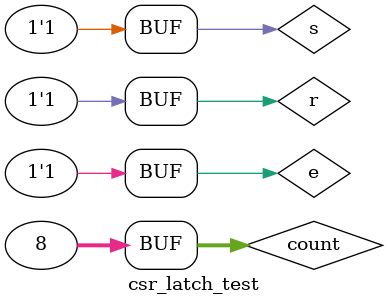
<source format=v>
module csr_latch_test; 
reg s, r, e; 
wire q, qbar; 
csr_latch gate(q, qbar, s, r, e); 
integer count; 
initial begin 
for(count = 0; count < 8; count = count + 1) begin 
{e, s, r} = count; 
#10; 
end 
end 
endmodule 
</source>
